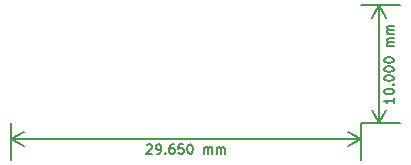
<source format=gbr>
G04 #@! TF.FileFunction,Other,Comment*
%FSLAX46Y46*%
G04 Gerber Fmt 4.6, Leading zero omitted, Abs format (unit mm)*
G04 Created by KiCad (PCBNEW (2015-04-02 BZR 5565)-product) date Fri 03 Apr 2015 12:52:12 AM CEST*
%MOMM*%
G01*
G04 APERTURE LIST*
%ADD10C,0.150000*%
%ADD11C,0.200000*%
G04 APERTURE END LIST*
D10*
D11*
X108411905Y-55857143D02*
X108411905Y-56314286D01*
X108411905Y-56085715D02*
X107611905Y-56085715D01*
X107726190Y-56161905D01*
X107802381Y-56238096D01*
X107840476Y-56314286D01*
X107611905Y-55361905D02*
X107611905Y-55285714D01*
X107650000Y-55209524D01*
X107688095Y-55171429D01*
X107764286Y-55133333D01*
X107916667Y-55095238D01*
X108107143Y-55095238D01*
X108259524Y-55133333D01*
X108335714Y-55171429D01*
X108373810Y-55209524D01*
X108411905Y-55285714D01*
X108411905Y-55361905D01*
X108373810Y-55438095D01*
X108335714Y-55476191D01*
X108259524Y-55514286D01*
X108107143Y-55552381D01*
X107916667Y-55552381D01*
X107764286Y-55514286D01*
X107688095Y-55476191D01*
X107650000Y-55438095D01*
X107611905Y-55361905D01*
X108335714Y-54752381D02*
X108373810Y-54714286D01*
X108411905Y-54752381D01*
X108373810Y-54790476D01*
X108335714Y-54752381D01*
X108411905Y-54752381D01*
X107611905Y-54219048D02*
X107611905Y-54142857D01*
X107650000Y-54066667D01*
X107688095Y-54028572D01*
X107764286Y-53990476D01*
X107916667Y-53952381D01*
X108107143Y-53952381D01*
X108259524Y-53990476D01*
X108335714Y-54028572D01*
X108373810Y-54066667D01*
X108411905Y-54142857D01*
X108411905Y-54219048D01*
X108373810Y-54295238D01*
X108335714Y-54333334D01*
X108259524Y-54371429D01*
X108107143Y-54409524D01*
X107916667Y-54409524D01*
X107764286Y-54371429D01*
X107688095Y-54333334D01*
X107650000Y-54295238D01*
X107611905Y-54219048D01*
X107611905Y-53457143D02*
X107611905Y-53380952D01*
X107650000Y-53304762D01*
X107688095Y-53266667D01*
X107764286Y-53228571D01*
X107916667Y-53190476D01*
X108107143Y-53190476D01*
X108259524Y-53228571D01*
X108335714Y-53266667D01*
X108373810Y-53304762D01*
X108411905Y-53380952D01*
X108411905Y-53457143D01*
X108373810Y-53533333D01*
X108335714Y-53571429D01*
X108259524Y-53609524D01*
X108107143Y-53647619D01*
X107916667Y-53647619D01*
X107764286Y-53609524D01*
X107688095Y-53571429D01*
X107650000Y-53533333D01*
X107611905Y-53457143D01*
X107611905Y-52695238D02*
X107611905Y-52619047D01*
X107650000Y-52542857D01*
X107688095Y-52504762D01*
X107764286Y-52466666D01*
X107916667Y-52428571D01*
X108107143Y-52428571D01*
X108259524Y-52466666D01*
X108335714Y-52504762D01*
X108373810Y-52542857D01*
X108411905Y-52619047D01*
X108411905Y-52695238D01*
X108373810Y-52771428D01*
X108335714Y-52809524D01*
X108259524Y-52847619D01*
X108107143Y-52885714D01*
X107916667Y-52885714D01*
X107764286Y-52847619D01*
X107688095Y-52809524D01*
X107650000Y-52771428D01*
X107611905Y-52695238D01*
X108411905Y-51476190D02*
X107878571Y-51476190D01*
X107954762Y-51476190D02*
X107916667Y-51438095D01*
X107878571Y-51361904D01*
X107878571Y-51247618D01*
X107916667Y-51171428D01*
X107992857Y-51133333D01*
X108411905Y-51133333D01*
X107992857Y-51133333D02*
X107916667Y-51095237D01*
X107878571Y-51019047D01*
X107878571Y-50904761D01*
X107916667Y-50828571D01*
X107992857Y-50790476D01*
X108411905Y-50790476D01*
X108411905Y-50409523D02*
X107878571Y-50409523D01*
X107954762Y-50409523D02*
X107916667Y-50371428D01*
X107878571Y-50295237D01*
X107878571Y-50180951D01*
X107916667Y-50104761D01*
X107992857Y-50066666D01*
X108411905Y-50066666D01*
X107992857Y-50066666D02*
X107916667Y-50028570D01*
X107878571Y-49952380D01*
X107878571Y-49838094D01*
X107916667Y-49761904D01*
X107992857Y-49723809D01*
X108411905Y-49723809D01*
X107150000Y-58000000D02*
X107150000Y-48000000D01*
X105650000Y-58000000D02*
X108950000Y-58000000D01*
X105650000Y-48000000D02*
X108950000Y-48000000D01*
X107150000Y-48000000D02*
X107736421Y-49126504D01*
X107150000Y-48000000D02*
X106563579Y-49126504D01*
X107150000Y-58000000D02*
X107736421Y-56873496D01*
X107150000Y-58000000D02*
X106563579Y-56873496D01*
X87510714Y-59838095D02*
X87548809Y-59800000D01*
X87625000Y-59761905D01*
X87815476Y-59761905D01*
X87891666Y-59800000D01*
X87929762Y-59838095D01*
X87967857Y-59914286D01*
X87967857Y-59990476D01*
X87929762Y-60104762D01*
X87472619Y-60561905D01*
X87967857Y-60561905D01*
X88348809Y-60561905D02*
X88501190Y-60561905D01*
X88577381Y-60523810D01*
X88615476Y-60485714D01*
X88691667Y-60371429D01*
X88729762Y-60219048D01*
X88729762Y-59914286D01*
X88691667Y-59838095D01*
X88653571Y-59800000D01*
X88577381Y-59761905D01*
X88425000Y-59761905D01*
X88348809Y-59800000D01*
X88310714Y-59838095D01*
X88272619Y-59914286D01*
X88272619Y-60104762D01*
X88310714Y-60180952D01*
X88348809Y-60219048D01*
X88425000Y-60257143D01*
X88577381Y-60257143D01*
X88653571Y-60219048D01*
X88691667Y-60180952D01*
X88729762Y-60104762D01*
X89072619Y-60485714D02*
X89110714Y-60523810D01*
X89072619Y-60561905D01*
X89034524Y-60523810D01*
X89072619Y-60485714D01*
X89072619Y-60561905D01*
X89796428Y-59761905D02*
X89644047Y-59761905D01*
X89567857Y-59800000D01*
X89529762Y-59838095D01*
X89453571Y-59952381D01*
X89415476Y-60104762D01*
X89415476Y-60409524D01*
X89453571Y-60485714D01*
X89491666Y-60523810D01*
X89567857Y-60561905D01*
X89720238Y-60561905D01*
X89796428Y-60523810D01*
X89834524Y-60485714D01*
X89872619Y-60409524D01*
X89872619Y-60219048D01*
X89834524Y-60142857D01*
X89796428Y-60104762D01*
X89720238Y-60066667D01*
X89567857Y-60066667D01*
X89491666Y-60104762D01*
X89453571Y-60142857D01*
X89415476Y-60219048D01*
X90596429Y-59761905D02*
X90215476Y-59761905D01*
X90177381Y-60142857D01*
X90215476Y-60104762D01*
X90291667Y-60066667D01*
X90482143Y-60066667D01*
X90558333Y-60104762D01*
X90596429Y-60142857D01*
X90634524Y-60219048D01*
X90634524Y-60409524D01*
X90596429Y-60485714D01*
X90558333Y-60523810D01*
X90482143Y-60561905D01*
X90291667Y-60561905D01*
X90215476Y-60523810D01*
X90177381Y-60485714D01*
X91129762Y-59761905D02*
X91205953Y-59761905D01*
X91282143Y-59800000D01*
X91320238Y-59838095D01*
X91358334Y-59914286D01*
X91396429Y-60066667D01*
X91396429Y-60257143D01*
X91358334Y-60409524D01*
X91320238Y-60485714D01*
X91282143Y-60523810D01*
X91205953Y-60561905D01*
X91129762Y-60561905D01*
X91053572Y-60523810D01*
X91015476Y-60485714D01*
X90977381Y-60409524D01*
X90939286Y-60257143D01*
X90939286Y-60066667D01*
X90977381Y-59914286D01*
X91015476Y-59838095D01*
X91053572Y-59800000D01*
X91129762Y-59761905D01*
X92348810Y-60561905D02*
X92348810Y-60028571D01*
X92348810Y-60104762D02*
X92386905Y-60066667D01*
X92463096Y-60028571D01*
X92577382Y-60028571D01*
X92653572Y-60066667D01*
X92691667Y-60142857D01*
X92691667Y-60561905D01*
X92691667Y-60142857D02*
X92729763Y-60066667D01*
X92805953Y-60028571D01*
X92920239Y-60028571D01*
X92996429Y-60066667D01*
X93034524Y-60142857D01*
X93034524Y-60561905D01*
X93415477Y-60561905D02*
X93415477Y-60028571D01*
X93415477Y-60104762D02*
X93453572Y-60066667D01*
X93529763Y-60028571D01*
X93644049Y-60028571D01*
X93720239Y-60066667D01*
X93758334Y-60142857D01*
X93758334Y-60561905D01*
X93758334Y-60142857D02*
X93796430Y-60066667D01*
X93872620Y-60028571D01*
X93986906Y-60028571D01*
X94063096Y-60066667D01*
X94101191Y-60142857D01*
X94101191Y-60561905D01*
X76000000Y-59300000D02*
X105650000Y-59300000D01*
X76000000Y-58000000D02*
X76000000Y-61100000D01*
X105650000Y-58000000D02*
X105650000Y-61100000D01*
X105650000Y-59300000D02*
X104523496Y-59886421D01*
X105650000Y-59300000D02*
X104523496Y-58713579D01*
X76000000Y-59300000D02*
X77126504Y-59886421D01*
X76000000Y-59300000D02*
X77126504Y-58713579D01*
M02*

</source>
